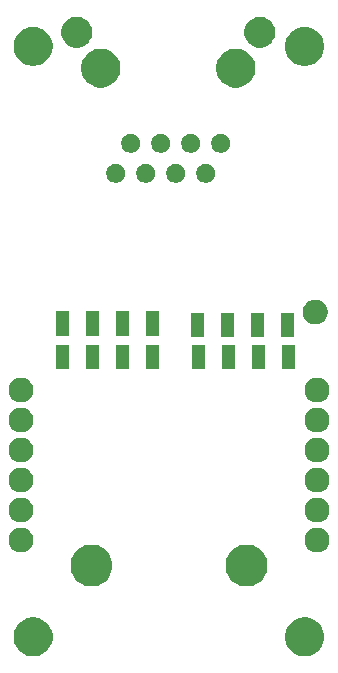
<source format=gbr>
G04 #@! TF.GenerationSoftware,KiCad,Pcbnew,5.0.2+dfsg1-1*
G04 #@! TF.CreationDate,2020-08-15T21:59:55-04:00*
G04 #@! TF.ProjectId,interceptor,696e7465-7263-4657-9074-6f722e6b6963,rev?*
G04 #@! TF.SameCoordinates,Original*
G04 #@! TF.FileFunction,Soldermask,Bot*
G04 #@! TF.FilePolarity,Negative*
%FSLAX46Y46*%
G04 Gerber Fmt 4.6, Leading zero omitted, Abs format (unit mm)*
G04 Created by KiCad (PCBNEW 5.0.2+dfsg1-1) date Sat 15 Aug 2020 09:59:55 PM EDT*
%MOMM*%
%LPD*%
G01*
G04 APERTURE LIST*
%ADD10C,0.100000*%
G04 APERTURE END LIST*
D10*
G36*
X156175256Y-125291298D02*
X156281579Y-125312447D01*
X156582042Y-125436903D01*
X156848852Y-125615180D01*
X156852454Y-125617587D01*
X157082413Y-125847546D01*
X157263098Y-126117960D01*
X157387553Y-126418422D01*
X157451000Y-126737389D01*
X157451000Y-127062611D01*
X157387553Y-127381578D01*
X157263098Y-127682040D01*
X157082413Y-127952454D01*
X156852454Y-128182413D01*
X156852451Y-128182415D01*
X156582042Y-128363097D01*
X156281579Y-128487553D01*
X156175256Y-128508702D01*
X155962611Y-128551000D01*
X155637389Y-128551000D01*
X155424744Y-128508702D01*
X155318421Y-128487553D01*
X155017958Y-128363097D01*
X154747549Y-128182415D01*
X154747546Y-128182413D01*
X154517587Y-127952454D01*
X154336902Y-127682040D01*
X154212447Y-127381578D01*
X154149000Y-127062611D01*
X154149000Y-126737389D01*
X154212447Y-126418422D01*
X154336902Y-126117960D01*
X154517587Y-125847546D01*
X154747546Y-125617587D01*
X154751148Y-125615180D01*
X155017958Y-125436903D01*
X155318421Y-125312447D01*
X155424744Y-125291298D01*
X155637389Y-125249000D01*
X155962611Y-125249000D01*
X156175256Y-125291298D01*
X156175256Y-125291298D01*
G37*
G36*
X133175256Y-125291298D02*
X133281579Y-125312447D01*
X133582042Y-125436903D01*
X133848852Y-125615180D01*
X133852454Y-125617587D01*
X134082413Y-125847546D01*
X134263098Y-126117960D01*
X134387553Y-126418422D01*
X134451000Y-126737389D01*
X134451000Y-127062611D01*
X134387553Y-127381578D01*
X134263098Y-127682040D01*
X134082413Y-127952454D01*
X133852454Y-128182413D01*
X133852451Y-128182415D01*
X133582042Y-128363097D01*
X133281579Y-128487553D01*
X133175256Y-128508702D01*
X132962611Y-128551000D01*
X132637389Y-128551000D01*
X132424744Y-128508702D01*
X132318421Y-128487553D01*
X132017958Y-128363097D01*
X131747549Y-128182415D01*
X131747546Y-128182413D01*
X131517587Y-127952454D01*
X131336902Y-127682040D01*
X131212447Y-127381578D01*
X131149000Y-127062611D01*
X131149000Y-126737389D01*
X131212447Y-126418422D01*
X131336902Y-126117960D01*
X131517587Y-125847546D01*
X131747546Y-125617587D01*
X131751148Y-125615180D01*
X132017958Y-125436903D01*
X132318421Y-125312447D01*
X132424744Y-125291298D01*
X132637389Y-125249000D01*
X132962611Y-125249000D01*
X133175256Y-125291298D01*
X133175256Y-125291298D01*
G37*
G36*
X138260019Y-119162139D02*
X138581283Y-119295211D01*
X138870416Y-119488404D01*
X139116296Y-119734284D01*
X139116298Y-119734287D01*
X139309489Y-120023417D01*
X139442561Y-120344681D01*
X139510400Y-120685733D01*
X139510400Y-121033467D01*
X139442561Y-121374519D01*
X139309489Y-121695783D01*
X139116296Y-121984916D01*
X138870416Y-122230796D01*
X138870413Y-122230798D01*
X138581283Y-122423989D01*
X138260019Y-122557061D01*
X137918967Y-122624900D01*
X137571233Y-122624900D01*
X137230181Y-122557061D01*
X136908917Y-122423989D01*
X136619787Y-122230798D01*
X136619784Y-122230796D01*
X136373904Y-121984916D01*
X136180711Y-121695783D01*
X136047639Y-121374519D01*
X135979800Y-121033467D01*
X135979800Y-120685733D01*
X136047639Y-120344681D01*
X136180711Y-120023417D01*
X136373902Y-119734287D01*
X136373904Y-119734284D01*
X136619784Y-119488404D01*
X136908917Y-119295211D01*
X137230181Y-119162139D01*
X137571233Y-119094300D01*
X137918967Y-119094300D01*
X138260019Y-119162139D01*
X138260019Y-119162139D01*
G37*
G36*
X151391819Y-119162139D02*
X151713083Y-119295211D01*
X152002216Y-119488404D01*
X152248096Y-119734284D01*
X152248098Y-119734287D01*
X152441289Y-120023417D01*
X152574361Y-120344681D01*
X152642200Y-120685733D01*
X152642200Y-121033467D01*
X152574361Y-121374519D01*
X152441289Y-121695783D01*
X152248096Y-121984916D01*
X152002216Y-122230796D01*
X152002213Y-122230798D01*
X151713083Y-122423989D01*
X151391819Y-122557061D01*
X151050767Y-122624900D01*
X150703033Y-122624900D01*
X150361981Y-122557061D01*
X150040717Y-122423989D01*
X149751587Y-122230798D01*
X149751584Y-122230796D01*
X149505704Y-121984916D01*
X149312511Y-121695783D01*
X149179439Y-121374519D01*
X149111600Y-121033467D01*
X149111600Y-120685733D01*
X149179439Y-120344681D01*
X149312511Y-120023417D01*
X149505702Y-119734287D01*
X149505704Y-119734284D01*
X149751584Y-119488404D01*
X150040717Y-119295211D01*
X150361981Y-119162139D01*
X150703033Y-119094300D01*
X151050767Y-119094300D01*
X151391819Y-119162139D01*
X151391819Y-119162139D01*
G37*
G36*
X157149665Y-117699220D02*
X157339189Y-117777723D01*
X157509755Y-117891692D01*
X157654808Y-118036745D01*
X157768777Y-118207311D01*
X157847280Y-118396835D01*
X157887300Y-118598030D01*
X157887300Y-118803170D01*
X157847280Y-119004365D01*
X157768777Y-119193889D01*
X157654808Y-119364455D01*
X157509755Y-119509508D01*
X157339189Y-119623477D01*
X157149665Y-119701980D01*
X156948470Y-119742000D01*
X156743330Y-119742000D01*
X156542135Y-119701980D01*
X156352611Y-119623477D01*
X156182045Y-119509508D01*
X156036992Y-119364455D01*
X155923023Y-119193889D01*
X155844520Y-119004365D01*
X155804500Y-118803170D01*
X155804500Y-118598030D01*
X155844520Y-118396835D01*
X155923023Y-118207311D01*
X156036992Y-118036745D01*
X156182045Y-117891692D01*
X156352611Y-117777723D01*
X156542135Y-117699220D01*
X156743330Y-117659200D01*
X156948470Y-117659200D01*
X157149665Y-117699220D01*
X157149665Y-117699220D01*
G37*
G36*
X132079865Y-117699220D02*
X132269389Y-117777723D01*
X132439955Y-117891692D01*
X132585008Y-118036745D01*
X132698977Y-118207311D01*
X132777480Y-118396835D01*
X132817500Y-118598030D01*
X132817500Y-118803170D01*
X132777480Y-119004365D01*
X132698977Y-119193889D01*
X132585008Y-119364455D01*
X132439955Y-119509508D01*
X132269389Y-119623477D01*
X132079865Y-119701980D01*
X131878670Y-119742000D01*
X131673530Y-119742000D01*
X131472335Y-119701980D01*
X131282811Y-119623477D01*
X131112245Y-119509508D01*
X130967192Y-119364455D01*
X130853223Y-119193889D01*
X130774720Y-119004365D01*
X130734700Y-118803170D01*
X130734700Y-118598030D01*
X130774720Y-118396835D01*
X130853223Y-118207311D01*
X130967192Y-118036745D01*
X131112245Y-117891692D01*
X131282811Y-117777723D01*
X131472335Y-117699220D01*
X131673530Y-117659200D01*
X131878670Y-117659200D01*
X132079865Y-117699220D01*
X132079865Y-117699220D01*
G37*
G36*
X132079865Y-115159220D02*
X132269389Y-115237723D01*
X132439955Y-115351692D01*
X132585008Y-115496745D01*
X132698977Y-115667311D01*
X132777480Y-115856835D01*
X132817500Y-116058030D01*
X132817500Y-116263170D01*
X132777480Y-116464365D01*
X132698977Y-116653889D01*
X132585008Y-116824455D01*
X132439955Y-116969508D01*
X132269389Y-117083477D01*
X132079865Y-117161980D01*
X131878670Y-117202000D01*
X131673530Y-117202000D01*
X131472335Y-117161980D01*
X131282811Y-117083477D01*
X131112245Y-116969508D01*
X130967192Y-116824455D01*
X130853223Y-116653889D01*
X130774720Y-116464365D01*
X130734700Y-116263170D01*
X130734700Y-116058030D01*
X130774720Y-115856835D01*
X130853223Y-115667311D01*
X130967192Y-115496745D01*
X131112245Y-115351692D01*
X131282811Y-115237723D01*
X131472335Y-115159220D01*
X131673530Y-115119200D01*
X131878670Y-115119200D01*
X132079865Y-115159220D01*
X132079865Y-115159220D01*
G37*
G36*
X157149665Y-115159220D02*
X157339189Y-115237723D01*
X157509755Y-115351692D01*
X157654808Y-115496745D01*
X157768777Y-115667311D01*
X157847280Y-115856835D01*
X157887300Y-116058030D01*
X157887300Y-116263170D01*
X157847280Y-116464365D01*
X157768777Y-116653889D01*
X157654808Y-116824455D01*
X157509755Y-116969508D01*
X157339189Y-117083477D01*
X157149665Y-117161980D01*
X156948470Y-117202000D01*
X156743330Y-117202000D01*
X156542135Y-117161980D01*
X156352611Y-117083477D01*
X156182045Y-116969508D01*
X156036992Y-116824455D01*
X155923023Y-116653889D01*
X155844520Y-116464365D01*
X155804500Y-116263170D01*
X155804500Y-116058030D01*
X155844520Y-115856835D01*
X155923023Y-115667311D01*
X156036992Y-115496745D01*
X156182045Y-115351692D01*
X156352611Y-115237723D01*
X156542135Y-115159220D01*
X156743330Y-115119200D01*
X156948470Y-115119200D01*
X157149665Y-115159220D01*
X157149665Y-115159220D01*
G37*
G36*
X157149665Y-112619220D02*
X157339189Y-112697723D01*
X157509755Y-112811692D01*
X157654808Y-112956745D01*
X157768777Y-113127311D01*
X157847280Y-113316835D01*
X157887300Y-113518030D01*
X157887300Y-113723170D01*
X157847280Y-113924365D01*
X157768777Y-114113889D01*
X157654808Y-114284455D01*
X157509755Y-114429508D01*
X157339189Y-114543477D01*
X157149665Y-114621980D01*
X156948470Y-114662000D01*
X156743330Y-114662000D01*
X156542135Y-114621980D01*
X156352611Y-114543477D01*
X156182045Y-114429508D01*
X156036992Y-114284455D01*
X155923023Y-114113889D01*
X155844520Y-113924365D01*
X155804500Y-113723170D01*
X155804500Y-113518030D01*
X155844520Y-113316835D01*
X155923023Y-113127311D01*
X156036992Y-112956745D01*
X156182045Y-112811692D01*
X156352611Y-112697723D01*
X156542135Y-112619220D01*
X156743330Y-112579200D01*
X156948470Y-112579200D01*
X157149665Y-112619220D01*
X157149665Y-112619220D01*
G37*
G36*
X132079865Y-112619220D02*
X132269389Y-112697723D01*
X132439955Y-112811692D01*
X132585008Y-112956745D01*
X132698977Y-113127311D01*
X132777480Y-113316835D01*
X132817500Y-113518030D01*
X132817500Y-113723170D01*
X132777480Y-113924365D01*
X132698977Y-114113889D01*
X132585008Y-114284455D01*
X132439955Y-114429508D01*
X132269389Y-114543477D01*
X132079865Y-114621980D01*
X131878670Y-114662000D01*
X131673530Y-114662000D01*
X131472335Y-114621980D01*
X131282811Y-114543477D01*
X131112245Y-114429508D01*
X130967192Y-114284455D01*
X130853223Y-114113889D01*
X130774720Y-113924365D01*
X130734700Y-113723170D01*
X130734700Y-113518030D01*
X130774720Y-113316835D01*
X130853223Y-113127311D01*
X130967192Y-112956745D01*
X131112245Y-112811692D01*
X131282811Y-112697723D01*
X131472335Y-112619220D01*
X131673530Y-112579200D01*
X131878670Y-112579200D01*
X132079865Y-112619220D01*
X132079865Y-112619220D01*
G37*
G36*
X157149665Y-110079220D02*
X157339189Y-110157723D01*
X157509755Y-110271692D01*
X157654808Y-110416745D01*
X157768777Y-110587311D01*
X157847280Y-110776835D01*
X157887300Y-110978030D01*
X157887300Y-111183170D01*
X157847280Y-111384365D01*
X157768777Y-111573889D01*
X157654808Y-111744455D01*
X157509755Y-111889508D01*
X157339189Y-112003477D01*
X157149665Y-112081980D01*
X156948470Y-112122000D01*
X156743330Y-112122000D01*
X156542135Y-112081980D01*
X156352611Y-112003477D01*
X156182045Y-111889508D01*
X156036992Y-111744455D01*
X155923023Y-111573889D01*
X155844520Y-111384365D01*
X155804500Y-111183170D01*
X155804500Y-110978030D01*
X155844520Y-110776835D01*
X155923023Y-110587311D01*
X156036992Y-110416745D01*
X156182045Y-110271692D01*
X156352611Y-110157723D01*
X156542135Y-110079220D01*
X156743330Y-110039200D01*
X156948470Y-110039200D01*
X157149665Y-110079220D01*
X157149665Y-110079220D01*
G37*
G36*
X132079865Y-110079220D02*
X132269389Y-110157723D01*
X132439955Y-110271692D01*
X132585008Y-110416745D01*
X132698977Y-110587311D01*
X132777480Y-110776835D01*
X132817500Y-110978030D01*
X132817500Y-111183170D01*
X132777480Y-111384365D01*
X132698977Y-111573889D01*
X132585008Y-111744455D01*
X132439955Y-111889508D01*
X132269389Y-112003477D01*
X132079865Y-112081980D01*
X131878670Y-112122000D01*
X131673530Y-112122000D01*
X131472335Y-112081980D01*
X131282811Y-112003477D01*
X131112245Y-111889508D01*
X130967192Y-111744455D01*
X130853223Y-111573889D01*
X130774720Y-111384365D01*
X130734700Y-111183170D01*
X130734700Y-110978030D01*
X130774720Y-110776835D01*
X130853223Y-110587311D01*
X130967192Y-110416745D01*
X131112245Y-110271692D01*
X131282811Y-110157723D01*
X131472335Y-110079220D01*
X131673530Y-110039200D01*
X131878670Y-110039200D01*
X132079865Y-110079220D01*
X132079865Y-110079220D01*
G37*
G36*
X132079865Y-107539220D02*
X132269389Y-107617723D01*
X132439955Y-107731692D01*
X132585008Y-107876745D01*
X132698977Y-108047311D01*
X132777480Y-108236835D01*
X132817500Y-108438030D01*
X132817500Y-108643170D01*
X132777480Y-108844365D01*
X132698977Y-109033889D01*
X132585008Y-109204455D01*
X132439955Y-109349508D01*
X132269389Y-109463477D01*
X132079865Y-109541980D01*
X131878670Y-109582000D01*
X131673530Y-109582000D01*
X131472335Y-109541980D01*
X131282811Y-109463477D01*
X131112245Y-109349508D01*
X130967192Y-109204455D01*
X130853223Y-109033889D01*
X130774720Y-108844365D01*
X130734700Y-108643170D01*
X130734700Y-108438030D01*
X130774720Y-108236835D01*
X130853223Y-108047311D01*
X130967192Y-107876745D01*
X131112245Y-107731692D01*
X131282811Y-107617723D01*
X131472335Y-107539220D01*
X131673530Y-107499200D01*
X131878670Y-107499200D01*
X132079865Y-107539220D01*
X132079865Y-107539220D01*
G37*
G36*
X157149665Y-107539220D02*
X157339189Y-107617723D01*
X157509755Y-107731692D01*
X157654808Y-107876745D01*
X157768777Y-108047311D01*
X157847280Y-108236835D01*
X157887300Y-108438030D01*
X157887300Y-108643170D01*
X157847280Y-108844365D01*
X157768777Y-109033889D01*
X157654808Y-109204455D01*
X157509755Y-109349508D01*
X157339189Y-109463477D01*
X157149665Y-109541980D01*
X156948470Y-109582000D01*
X156743330Y-109582000D01*
X156542135Y-109541980D01*
X156352611Y-109463477D01*
X156182045Y-109349508D01*
X156036992Y-109204455D01*
X155923023Y-109033889D01*
X155844520Y-108844365D01*
X155804500Y-108643170D01*
X155804500Y-108438030D01*
X155844520Y-108236835D01*
X155923023Y-108047311D01*
X156036992Y-107876745D01*
X156182045Y-107731692D01*
X156352611Y-107617723D01*
X156542135Y-107539220D01*
X156743330Y-107499200D01*
X156948470Y-107499200D01*
X157149665Y-107539220D01*
X157149665Y-107539220D01*
G37*
G36*
X132079865Y-104999220D02*
X132269389Y-105077723D01*
X132439955Y-105191692D01*
X132585008Y-105336745D01*
X132698977Y-105507311D01*
X132777480Y-105696835D01*
X132817500Y-105898030D01*
X132817500Y-106103170D01*
X132777480Y-106304365D01*
X132698977Y-106493889D01*
X132585008Y-106664455D01*
X132439955Y-106809508D01*
X132269389Y-106923477D01*
X132079865Y-107001980D01*
X131878670Y-107042000D01*
X131673530Y-107042000D01*
X131472335Y-107001980D01*
X131282811Y-106923477D01*
X131112245Y-106809508D01*
X130967192Y-106664455D01*
X130853223Y-106493889D01*
X130774720Y-106304365D01*
X130734700Y-106103170D01*
X130734700Y-105898030D01*
X130774720Y-105696835D01*
X130853223Y-105507311D01*
X130967192Y-105336745D01*
X131112245Y-105191692D01*
X131282811Y-105077723D01*
X131472335Y-104999220D01*
X131673530Y-104959200D01*
X131878670Y-104959200D01*
X132079865Y-104999220D01*
X132079865Y-104999220D01*
G37*
G36*
X157149665Y-104999220D02*
X157339189Y-105077723D01*
X157509755Y-105191692D01*
X157654808Y-105336745D01*
X157768777Y-105507311D01*
X157847280Y-105696835D01*
X157887300Y-105898030D01*
X157887300Y-106103170D01*
X157847280Y-106304365D01*
X157768777Y-106493889D01*
X157654808Y-106664455D01*
X157509755Y-106809508D01*
X157339189Y-106923477D01*
X157149665Y-107001980D01*
X156948470Y-107042000D01*
X156743330Y-107042000D01*
X156542135Y-107001980D01*
X156352611Y-106923477D01*
X156182045Y-106809508D01*
X156036992Y-106664455D01*
X155923023Y-106493889D01*
X155844520Y-106304365D01*
X155804500Y-106103170D01*
X155804500Y-105898030D01*
X155844520Y-105696835D01*
X155923023Y-105507311D01*
X156036992Y-105336745D01*
X156182045Y-105191692D01*
X156352611Y-105077723D01*
X156542135Y-104999220D01*
X156743330Y-104959200D01*
X156948470Y-104959200D01*
X157149665Y-104999220D01*
X157149665Y-104999220D01*
G37*
G36*
X135841000Y-104251000D02*
X134739000Y-104251000D01*
X134739000Y-102149000D01*
X135841000Y-102149000D01*
X135841000Y-104251000D01*
X135841000Y-104251000D01*
G37*
G36*
X138381000Y-104251000D02*
X137279000Y-104251000D01*
X137279000Y-102149000D01*
X138381000Y-102149000D01*
X138381000Y-104251000D01*
X138381000Y-104251000D01*
G37*
G36*
X140921000Y-104251000D02*
X139819000Y-104251000D01*
X139819000Y-102149000D01*
X140921000Y-102149000D01*
X140921000Y-104251000D01*
X140921000Y-104251000D01*
G37*
G36*
X143461000Y-104251000D02*
X142359000Y-104251000D01*
X142359000Y-102149000D01*
X143461000Y-102149000D01*
X143461000Y-104251000D01*
X143461000Y-104251000D01*
G37*
G36*
X149881000Y-104251000D02*
X148779000Y-104251000D01*
X148779000Y-102149000D01*
X149881000Y-102149000D01*
X149881000Y-104251000D01*
X149881000Y-104251000D01*
G37*
G36*
X154961000Y-104251000D02*
X153859000Y-104251000D01*
X153859000Y-102149000D01*
X154961000Y-102149000D01*
X154961000Y-104251000D01*
X154961000Y-104251000D01*
G37*
G36*
X147341000Y-104251000D02*
X146239000Y-104251000D01*
X146239000Y-102149000D01*
X147341000Y-102149000D01*
X147341000Y-104251000D01*
X147341000Y-104251000D01*
G37*
G36*
X152421000Y-104251000D02*
X151319000Y-104251000D01*
X151319000Y-102149000D01*
X152421000Y-102149000D01*
X152421000Y-104251000D01*
X152421000Y-104251000D01*
G37*
G36*
X149781000Y-101551000D02*
X148679000Y-101551000D01*
X148679000Y-99449000D01*
X149781000Y-99449000D01*
X149781000Y-101551000D01*
X149781000Y-101551000D01*
G37*
G36*
X147241000Y-101551000D02*
X146139000Y-101551000D01*
X146139000Y-99449000D01*
X147241000Y-99449000D01*
X147241000Y-101551000D01*
X147241000Y-101551000D01*
G37*
G36*
X152321000Y-101551000D02*
X151219000Y-101551000D01*
X151219000Y-99449000D01*
X152321000Y-99449000D01*
X152321000Y-101551000D01*
X152321000Y-101551000D01*
G37*
G36*
X154861000Y-101551000D02*
X153759000Y-101551000D01*
X153759000Y-99449000D01*
X154861000Y-99449000D01*
X154861000Y-101551000D01*
X154861000Y-101551000D01*
G37*
G36*
X135841000Y-101451000D02*
X134739000Y-101451000D01*
X134739000Y-99349000D01*
X135841000Y-99349000D01*
X135841000Y-101451000D01*
X135841000Y-101451000D01*
G37*
G36*
X143461000Y-101451000D02*
X142359000Y-101451000D01*
X142359000Y-99349000D01*
X143461000Y-99349000D01*
X143461000Y-101451000D01*
X143461000Y-101451000D01*
G37*
G36*
X140921000Y-101451000D02*
X139819000Y-101451000D01*
X139819000Y-99349000D01*
X140921000Y-99349000D01*
X140921000Y-101451000D01*
X140921000Y-101451000D01*
G37*
G36*
X138381000Y-101451000D02*
X137279000Y-101451000D01*
X137279000Y-99349000D01*
X138381000Y-99349000D01*
X138381000Y-101451000D01*
X138381000Y-101451000D01*
G37*
G36*
X157006565Y-98389389D02*
X157197834Y-98468615D01*
X157369976Y-98583637D01*
X157516363Y-98730024D01*
X157631385Y-98902166D01*
X157710611Y-99093435D01*
X157751000Y-99296484D01*
X157751000Y-99503516D01*
X157710611Y-99706565D01*
X157631385Y-99897834D01*
X157516363Y-100069976D01*
X157369976Y-100216363D01*
X157197834Y-100331385D01*
X157006565Y-100410611D01*
X156803516Y-100451000D01*
X156596484Y-100451000D01*
X156393435Y-100410611D01*
X156202166Y-100331385D01*
X156030024Y-100216363D01*
X155883637Y-100069976D01*
X155768615Y-99897834D01*
X155689389Y-99706565D01*
X155649000Y-99503516D01*
X155649000Y-99296484D01*
X155689389Y-99093435D01*
X155768615Y-98902166D01*
X155883637Y-98730024D01*
X156030024Y-98583637D01*
X156202166Y-98468615D01*
X156393435Y-98389389D01*
X156596484Y-98349000D01*
X156803516Y-98349000D01*
X157006565Y-98389389D01*
X157006565Y-98389389D01*
G37*
G36*
X140039983Y-86865358D02*
X140039986Y-86865359D01*
X140039985Y-86865359D01*
X140186595Y-86926087D01*
X140318540Y-87014250D01*
X140318544Y-87014253D01*
X140430747Y-87126456D01*
X140518914Y-87258407D01*
X140579642Y-87405017D01*
X140610600Y-87560654D01*
X140610600Y-87719346D01*
X140579642Y-87874983D01*
X140518914Y-88021593D01*
X140430747Y-88153544D01*
X140318544Y-88265747D01*
X140318541Y-88265749D01*
X140318540Y-88265750D01*
X140186595Y-88353913D01*
X140186594Y-88353914D01*
X140186593Y-88353914D01*
X140039983Y-88414642D01*
X139884346Y-88445600D01*
X139725654Y-88445600D01*
X139570017Y-88414642D01*
X139423407Y-88353914D01*
X139423406Y-88353914D01*
X139423405Y-88353913D01*
X139291460Y-88265750D01*
X139291459Y-88265749D01*
X139291456Y-88265747D01*
X139179253Y-88153544D01*
X139091086Y-88021593D01*
X139030358Y-87874983D01*
X138999400Y-87719346D01*
X138999400Y-87560654D01*
X139030358Y-87405017D01*
X139091086Y-87258407D01*
X139179253Y-87126456D01*
X139291456Y-87014253D01*
X139291460Y-87014250D01*
X139423405Y-86926087D01*
X139570015Y-86865359D01*
X139570014Y-86865359D01*
X139570017Y-86865358D01*
X139725654Y-86834400D01*
X139884346Y-86834400D01*
X140039983Y-86865358D01*
X140039983Y-86865358D01*
G37*
G36*
X147659983Y-86865358D02*
X147659986Y-86865359D01*
X147659985Y-86865359D01*
X147806595Y-86926087D01*
X147938540Y-87014250D01*
X147938544Y-87014253D01*
X148050747Y-87126456D01*
X148138914Y-87258407D01*
X148199642Y-87405017D01*
X148230600Y-87560654D01*
X148230600Y-87719346D01*
X148199642Y-87874983D01*
X148138914Y-88021593D01*
X148050747Y-88153544D01*
X147938544Y-88265747D01*
X147938541Y-88265749D01*
X147938540Y-88265750D01*
X147806595Y-88353913D01*
X147806594Y-88353914D01*
X147806593Y-88353914D01*
X147659983Y-88414642D01*
X147504346Y-88445600D01*
X147345654Y-88445600D01*
X147190017Y-88414642D01*
X147043407Y-88353914D01*
X147043406Y-88353914D01*
X147043405Y-88353913D01*
X146911460Y-88265750D01*
X146911459Y-88265749D01*
X146911456Y-88265747D01*
X146799253Y-88153544D01*
X146711086Y-88021593D01*
X146650358Y-87874983D01*
X146619400Y-87719346D01*
X146619400Y-87560654D01*
X146650358Y-87405017D01*
X146711086Y-87258407D01*
X146799253Y-87126456D01*
X146911456Y-87014253D01*
X146911460Y-87014250D01*
X147043405Y-86926087D01*
X147190015Y-86865359D01*
X147190014Y-86865359D01*
X147190017Y-86865358D01*
X147345654Y-86834400D01*
X147504346Y-86834400D01*
X147659983Y-86865358D01*
X147659983Y-86865358D01*
G37*
G36*
X145119983Y-86865358D02*
X145119986Y-86865359D01*
X145119985Y-86865359D01*
X145266595Y-86926087D01*
X145398540Y-87014250D01*
X145398544Y-87014253D01*
X145510747Y-87126456D01*
X145598914Y-87258407D01*
X145659642Y-87405017D01*
X145690600Y-87560654D01*
X145690600Y-87719346D01*
X145659642Y-87874983D01*
X145598914Y-88021593D01*
X145510747Y-88153544D01*
X145398544Y-88265747D01*
X145398541Y-88265749D01*
X145398540Y-88265750D01*
X145266595Y-88353913D01*
X145266594Y-88353914D01*
X145266593Y-88353914D01*
X145119983Y-88414642D01*
X144964346Y-88445600D01*
X144805654Y-88445600D01*
X144650017Y-88414642D01*
X144503407Y-88353914D01*
X144503406Y-88353914D01*
X144503405Y-88353913D01*
X144371460Y-88265750D01*
X144371459Y-88265749D01*
X144371456Y-88265747D01*
X144259253Y-88153544D01*
X144171086Y-88021593D01*
X144110358Y-87874983D01*
X144079400Y-87719346D01*
X144079400Y-87560654D01*
X144110358Y-87405017D01*
X144171086Y-87258407D01*
X144259253Y-87126456D01*
X144371456Y-87014253D01*
X144371460Y-87014250D01*
X144503405Y-86926087D01*
X144650015Y-86865359D01*
X144650014Y-86865359D01*
X144650017Y-86865358D01*
X144805654Y-86834400D01*
X144964346Y-86834400D01*
X145119983Y-86865358D01*
X145119983Y-86865358D01*
G37*
G36*
X142579983Y-86865358D02*
X142579986Y-86865359D01*
X142579985Y-86865359D01*
X142726595Y-86926087D01*
X142858540Y-87014250D01*
X142858544Y-87014253D01*
X142970747Y-87126456D01*
X143058914Y-87258407D01*
X143119642Y-87405017D01*
X143150600Y-87560654D01*
X143150600Y-87719346D01*
X143119642Y-87874983D01*
X143058914Y-88021593D01*
X142970747Y-88153544D01*
X142858544Y-88265747D01*
X142858541Y-88265749D01*
X142858540Y-88265750D01*
X142726595Y-88353913D01*
X142726594Y-88353914D01*
X142726593Y-88353914D01*
X142579983Y-88414642D01*
X142424346Y-88445600D01*
X142265654Y-88445600D01*
X142110017Y-88414642D01*
X141963407Y-88353914D01*
X141963406Y-88353914D01*
X141963405Y-88353913D01*
X141831460Y-88265750D01*
X141831459Y-88265749D01*
X141831456Y-88265747D01*
X141719253Y-88153544D01*
X141631086Y-88021593D01*
X141570358Y-87874983D01*
X141539400Y-87719346D01*
X141539400Y-87560654D01*
X141570358Y-87405017D01*
X141631086Y-87258407D01*
X141719253Y-87126456D01*
X141831456Y-87014253D01*
X141831460Y-87014250D01*
X141963405Y-86926087D01*
X142110015Y-86865359D01*
X142110014Y-86865359D01*
X142110017Y-86865358D01*
X142265654Y-86834400D01*
X142424346Y-86834400D01*
X142579983Y-86865358D01*
X142579983Y-86865358D01*
G37*
G36*
X141309983Y-84325358D02*
X141309986Y-84325359D01*
X141309985Y-84325359D01*
X141456595Y-84386087D01*
X141588540Y-84474250D01*
X141588544Y-84474253D01*
X141700747Y-84586456D01*
X141788914Y-84718407D01*
X141849642Y-84865017D01*
X141880600Y-85020654D01*
X141880600Y-85179346D01*
X141849642Y-85334983D01*
X141788914Y-85481593D01*
X141700747Y-85613544D01*
X141588544Y-85725747D01*
X141588541Y-85725749D01*
X141588540Y-85725750D01*
X141456595Y-85813913D01*
X141456594Y-85813914D01*
X141456593Y-85813914D01*
X141309983Y-85874642D01*
X141154346Y-85905600D01*
X140995654Y-85905600D01*
X140840017Y-85874642D01*
X140693407Y-85813914D01*
X140693406Y-85813914D01*
X140693405Y-85813913D01*
X140561460Y-85725750D01*
X140561459Y-85725749D01*
X140561456Y-85725747D01*
X140449253Y-85613544D01*
X140361086Y-85481593D01*
X140300358Y-85334983D01*
X140269400Y-85179346D01*
X140269400Y-85020654D01*
X140300358Y-84865017D01*
X140361086Y-84718407D01*
X140449253Y-84586456D01*
X140561456Y-84474253D01*
X140561460Y-84474250D01*
X140693405Y-84386087D01*
X140840015Y-84325359D01*
X140840014Y-84325359D01*
X140840017Y-84325358D01*
X140995654Y-84294400D01*
X141154346Y-84294400D01*
X141309983Y-84325358D01*
X141309983Y-84325358D01*
G37*
G36*
X143849983Y-84325358D02*
X143849986Y-84325359D01*
X143849985Y-84325359D01*
X143996595Y-84386087D01*
X144128540Y-84474250D01*
X144128544Y-84474253D01*
X144240747Y-84586456D01*
X144328914Y-84718407D01*
X144389642Y-84865017D01*
X144420600Y-85020654D01*
X144420600Y-85179346D01*
X144389642Y-85334983D01*
X144328914Y-85481593D01*
X144240747Y-85613544D01*
X144128544Y-85725747D01*
X144128541Y-85725749D01*
X144128540Y-85725750D01*
X143996595Y-85813913D01*
X143996594Y-85813914D01*
X143996593Y-85813914D01*
X143849983Y-85874642D01*
X143694346Y-85905600D01*
X143535654Y-85905600D01*
X143380017Y-85874642D01*
X143233407Y-85813914D01*
X143233406Y-85813914D01*
X143233405Y-85813913D01*
X143101460Y-85725750D01*
X143101459Y-85725749D01*
X143101456Y-85725747D01*
X142989253Y-85613544D01*
X142901086Y-85481593D01*
X142840358Y-85334983D01*
X142809400Y-85179346D01*
X142809400Y-85020654D01*
X142840358Y-84865017D01*
X142901086Y-84718407D01*
X142989253Y-84586456D01*
X143101456Y-84474253D01*
X143101460Y-84474250D01*
X143233405Y-84386087D01*
X143380015Y-84325359D01*
X143380014Y-84325359D01*
X143380017Y-84325358D01*
X143535654Y-84294400D01*
X143694346Y-84294400D01*
X143849983Y-84325358D01*
X143849983Y-84325358D01*
G37*
G36*
X146389983Y-84325358D02*
X146389986Y-84325359D01*
X146389985Y-84325359D01*
X146536595Y-84386087D01*
X146668540Y-84474250D01*
X146668544Y-84474253D01*
X146780747Y-84586456D01*
X146868914Y-84718407D01*
X146929642Y-84865017D01*
X146960600Y-85020654D01*
X146960600Y-85179346D01*
X146929642Y-85334983D01*
X146868914Y-85481593D01*
X146780747Y-85613544D01*
X146668544Y-85725747D01*
X146668541Y-85725749D01*
X146668540Y-85725750D01*
X146536595Y-85813913D01*
X146536594Y-85813914D01*
X146536593Y-85813914D01*
X146389983Y-85874642D01*
X146234346Y-85905600D01*
X146075654Y-85905600D01*
X145920017Y-85874642D01*
X145773407Y-85813914D01*
X145773406Y-85813914D01*
X145773405Y-85813913D01*
X145641460Y-85725750D01*
X145641459Y-85725749D01*
X145641456Y-85725747D01*
X145529253Y-85613544D01*
X145441086Y-85481593D01*
X145380358Y-85334983D01*
X145349400Y-85179346D01*
X145349400Y-85020654D01*
X145380358Y-84865017D01*
X145441086Y-84718407D01*
X145529253Y-84586456D01*
X145641456Y-84474253D01*
X145641460Y-84474250D01*
X145773405Y-84386087D01*
X145920015Y-84325359D01*
X145920014Y-84325359D01*
X145920017Y-84325358D01*
X146075654Y-84294400D01*
X146234346Y-84294400D01*
X146389983Y-84325358D01*
X146389983Y-84325358D01*
G37*
G36*
X148929983Y-84325358D02*
X148929986Y-84325359D01*
X148929985Y-84325359D01*
X149076595Y-84386087D01*
X149208540Y-84474250D01*
X149208544Y-84474253D01*
X149320747Y-84586456D01*
X149408914Y-84718407D01*
X149469642Y-84865017D01*
X149500600Y-85020654D01*
X149500600Y-85179346D01*
X149469642Y-85334983D01*
X149408914Y-85481593D01*
X149320747Y-85613544D01*
X149208544Y-85725747D01*
X149208541Y-85725749D01*
X149208540Y-85725750D01*
X149076595Y-85813913D01*
X149076594Y-85813914D01*
X149076593Y-85813914D01*
X148929983Y-85874642D01*
X148774346Y-85905600D01*
X148615654Y-85905600D01*
X148460017Y-85874642D01*
X148313407Y-85813914D01*
X148313406Y-85813914D01*
X148313405Y-85813913D01*
X148181460Y-85725750D01*
X148181459Y-85725749D01*
X148181456Y-85725747D01*
X148069253Y-85613544D01*
X147981086Y-85481593D01*
X147920358Y-85334983D01*
X147889400Y-85179346D01*
X147889400Y-85020654D01*
X147920358Y-84865017D01*
X147981086Y-84718407D01*
X148069253Y-84586456D01*
X148181456Y-84474253D01*
X148181460Y-84474250D01*
X148313405Y-84386087D01*
X148460015Y-84325359D01*
X148460014Y-84325359D01*
X148460017Y-84325358D01*
X148615654Y-84294400D01*
X148774346Y-84294400D01*
X148929983Y-84325358D01*
X148929983Y-84325358D01*
G37*
G36*
X138910256Y-77141298D02*
X139016579Y-77162447D01*
X139317042Y-77286903D01*
X139458733Y-77381578D01*
X139587454Y-77467587D01*
X139817413Y-77697546D01*
X139817415Y-77697549D01*
X139987738Y-77952454D01*
X139998098Y-77967960D01*
X140122553Y-78268422D01*
X140186000Y-78587389D01*
X140186000Y-78912611D01*
X140122553Y-79231578D01*
X139998098Y-79532040D01*
X139817413Y-79802454D01*
X139587454Y-80032413D01*
X139587451Y-80032415D01*
X139317042Y-80213097D01*
X139016579Y-80337553D01*
X138910256Y-80358702D01*
X138697611Y-80401000D01*
X138372389Y-80401000D01*
X138159744Y-80358702D01*
X138053421Y-80337553D01*
X137752958Y-80213097D01*
X137482549Y-80032415D01*
X137482546Y-80032413D01*
X137252587Y-79802454D01*
X137071902Y-79532040D01*
X136947447Y-79231578D01*
X136884000Y-78912611D01*
X136884000Y-78587389D01*
X136947447Y-78268422D01*
X137071902Y-77967960D01*
X137082263Y-77952454D01*
X137252585Y-77697549D01*
X137252587Y-77697546D01*
X137482546Y-77467587D01*
X137611267Y-77381578D01*
X137752958Y-77286903D01*
X138053421Y-77162447D01*
X138159744Y-77141298D01*
X138372389Y-77099000D01*
X138697611Y-77099000D01*
X138910256Y-77141298D01*
X138910256Y-77141298D01*
G37*
G36*
X150340256Y-77141298D02*
X150446579Y-77162447D01*
X150747042Y-77286903D01*
X150888733Y-77381578D01*
X151017454Y-77467587D01*
X151247413Y-77697546D01*
X151247415Y-77697549D01*
X151417738Y-77952454D01*
X151428098Y-77967960D01*
X151552553Y-78268422D01*
X151616000Y-78587389D01*
X151616000Y-78912611D01*
X151552553Y-79231578D01*
X151428098Y-79532040D01*
X151247413Y-79802454D01*
X151017454Y-80032413D01*
X151017451Y-80032415D01*
X150747042Y-80213097D01*
X150446579Y-80337553D01*
X150340256Y-80358702D01*
X150127611Y-80401000D01*
X149802389Y-80401000D01*
X149589744Y-80358702D01*
X149483421Y-80337553D01*
X149182958Y-80213097D01*
X148912549Y-80032415D01*
X148912546Y-80032413D01*
X148682587Y-79802454D01*
X148501902Y-79532040D01*
X148377447Y-79231578D01*
X148314000Y-78912611D01*
X148314000Y-78587389D01*
X148377447Y-78268422D01*
X148501902Y-77967960D01*
X148512263Y-77952454D01*
X148682585Y-77697549D01*
X148682587Y-77697546D01*
X148912546Y-77467587D01*
X149041267Y-77381578D01*
X149182958Y-77286903D01*
X149483421Y-77162447D01*
X149589744Y-77141298D01*
X149802389Y-77099000D01*
X150127611Y-77099000D01*
X150340256Y-77141298D01*
X150340256Y-77141298D01*
G37*
G36*
X156175256Y-75291298D02*
X156281579Y-75312447D01*
X156582042Y-75436903D01*
X156783932Y-75571802D01*
X156852454Y-75617587D01*
X157082413Y-75847546D01*
X157082415Y-75847549D01*
X157263097Y-76117958D01*
X157345352Y-76316538D01*
X157387553Y-76418422D01*
X157451000Y-76737389D01*
X157451000Y-77062611D01*
X157431141Y-77162447D01*
X157387553Y-77381579D01*
X157263097Y-77682042D01*
X157084820Y-77948852D01*
X157082413Y-77952454D01*
X156852454Y-78182413D01*
X156852451Y-78182415D01*
X156582042Y-78363097D01*
X156281579Y-78487553D01*
X156175256Y-78508702D01*
X155962611Y-78551000D01*
X155637389Y-78551000D01*
X155424744Y-78508702D01*
X155318421Y-78487553D01*
X155017958Y-78363097D01*
X154747549Y-78182415D01*
X154747546Y-78182413D01*
X154517587Y-77952454D01*
X154515180Y-77948852D01*
X154336903Y-77682042D01*
X154212447Y-77381579D01*
X154168859Y-77162447D01*
X154149000Y-77062611D01*
X154149000Y-76737389D01*
X154212447Y-76418422D01*
X154254649Y-76316538D01*
X154336903Y-76117958D01*
X154517585Y-75847549D01*
X154517587Y-75847546D01*
X154747546Y-75617587D01*
X154816068Y-75571802D01*
X155017958Y-75436903D01*
X155318421Y-75312447D01*
X155424744Y-75291298D01*
X155637389Y-75249000D01*
X155962611Y-75249000D01*
X156175256Y-75291298D01*
X156175256Y-75291298D01*
G37*
G36*
X133175256Y-75291298D02*
X133281579Y-75312447D01*
X133582042Y-75436903D01*
X133783932Y-75571802D01*
X133852454Y-75617587D01*
X134082413Y-75847546D01*
X134082415Y-75847549D01*
X134263097Y-76117958D01*
X134345352Y-76316538D01*
X134387553Y-76418422D01*
X134451000Y-76737389D01*
X134451000Y-77062611D01*
X134431141Y-77162447D01*
X134387553Y-77381579D01*
X134263097Y-77682042D01*
X134084820Y-77948852D01*
X134082413Y-77952454D01*
X133852454Y-78182413D01*
X133852451Y-78182415D01*
X133582042Y-78363097D01*
X133281579Y-78487553D01*
X133175256Y-78508702D01*
X132962611Y-78551000D01*
X132637389Y-78551000D01*
X132424744Y-78508702D01*
X132318421Y-78487553D01*
X132017958Y-78363097D01*
X131747549Y-78182415D01*
X131747546Y-78182413D01*
X131517587Y-77952454D01*
X131515180Y-77948852D01*
X131336903Y-77682042D01*
X131212447Y-77381579D01*
X131168859Y-77162447D01*
X131149000Y-77062611D01*
X131149000Y-76737389D01*
X131212447Y-76418422D01*
X131254649Y-76316538D01*
X131336903Y-76117958D01*
X131517585Y-75847549D01*
X131517587Y-75847546D01*
X131747546Y-75617587D01*
X131816068Y-75571802D01*
X132017958Y-75436903D01*
X132318421Y-75312447D01*
X132424744Y-75291298D01*
X132637389Y-75249000D01*
X132962611Y-75249000D01*
X133175256Y-75291298D01*
X133175256Y-75291298D01*
G37*
G36*
X152379663Y-74448419D02*
X152616538Y-74546536D01*
X152829725Y-74688983D01*
X153011017Y-74870275D01*
X153153464Y-75083462D01*
X153251581Y-75320337D01*
X153301600Y-75571802D01*
X153301600Y-75828198D01*
X153251581Y-76079663D01*
X153153464Y-76316538D01*
X153011017Y-76529725D01*
X152829725Y-76711017D01*
X152616538Y-76853464D01*
X152379663Y-76951581D01*
X152128198Y-77001600D01*
X151871802Y-77001600D01*
X151620337Y-76951581D01*
X151383462Y-76853464D01*
X151170275Y-76711017D01*
X150988983Y-76529725D01*
X150846536Y-76316538D01*
X150748419Y-76079663D01*
X150698400Y-75828198D01*
X150698400Y-75571802D01*
X150748419Y-75320337D01*
X150846536Y-75083462D01*
X150988983Y-74870275D01*
X151170275Y-74688983D01*
X151383462Y-74546536D01*
X151620337Y-74448419D01*
X151871802Y-74398400D01*
X152128198Y-74398400D01*
X152379663Y-74448419D01*
X152379663Y-74448419D01*
G37*
G36*
X136879663Y-74448419D02*
X137116538Y-74546536D01*
X137329725Y-74688983D01*
X137511017Y-74870275D01*
X137653464Y-75083462D01*
X137751581Y-75320337D01*
X137801600Y-75571802D01*
X137801600Y-75828198D01*
X137751581Y-76079663D01*
X137653464Y-76316538D01*
X137511017Y-76529725D01*
X137329725Y-76711017D01*
X137116538Y-76853464D01*
X136879663Y-76951581D01*
X136628198Y-77001600D01*
X136371802Y-77001600D01*
X136120337Y-76951581D01*
X135883462Y-76853464D01*
X135670275Y-76711017D01*
X135488983Y-76529725D01*
X135346536Y-76316538D01*
X135248419Y-76079663D01*
X135198400Y-75828198D01*
X135198400Y-75571802D01*
X135248419Y-75320337D01*
X135346536Y-75083462D01*
X135488983Y-74870275D01*
X135670275Y-74688983D01*
X135883462Y-74546536D01*
X136120337Y-74448419D01*
X136371802Y-74398400D01*
X136628198Y-74398400D01*
X136879663Y-74448419D01*
X136879663Y-74448419D01*
G37*
M02*

</source>
